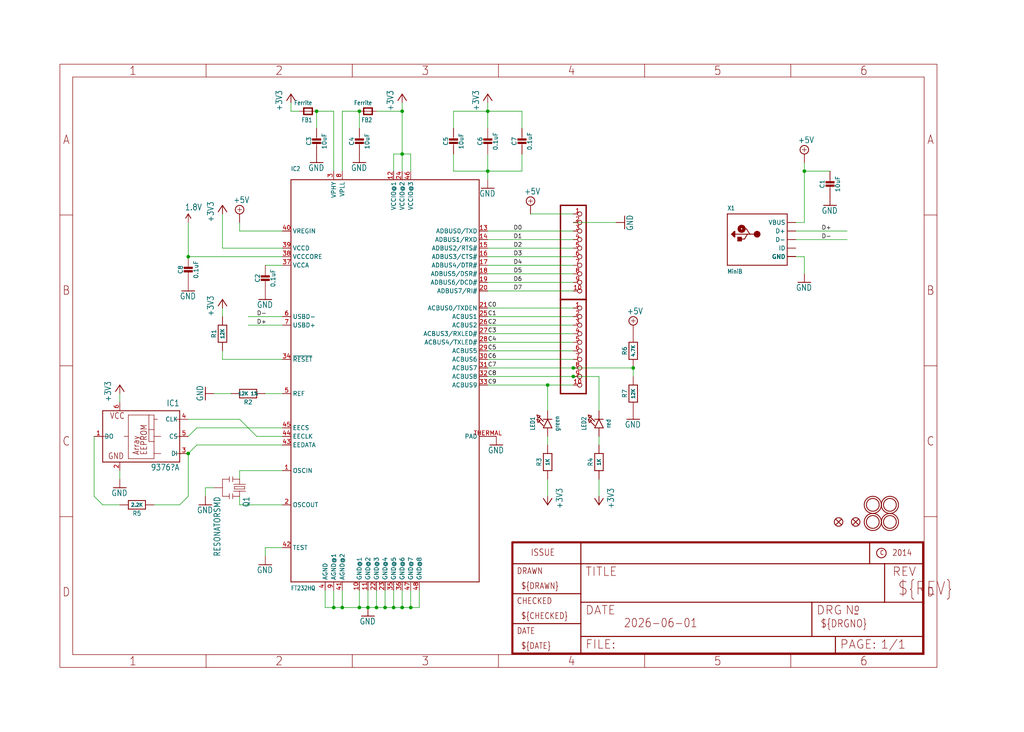
<source format=kicad_sch>
(kicad_sch (version 20230121) (generator eeschema)
  (paper "User" 303.962 217.322)
  (lib_symbols
    (symbol "working-eagle-import:+3V3" (power)
      (property "Value" "+3V3" (at -2.54 -5.08 90))
      (symbol "+3V3_1_0"
        (pin power_in line (at 0 -2.54 90) (length 2.54) (name "+3V3") (number "1"))
      )
    )
    (symbol "working-eagle-import:+5V" (power)
      (property "Value" "+5V" (at -1.905 3.175 0))
      (symbol "+5V_1_0"
        (pin power_in line (at 0 -2.54 90) (length 2.54) (name "+5V") (number "1"))
      )
    )
    (symbol "working-eagle-import:1.8V" (power)
      (property "Value" "1.8V" (at -1.016 3.556 0))
      (symbol "1.8V_1_0"
        (pin power_in line (at 0 0 90) (length 2.54) (name "1.8V") (number "1"))
      )
    )
    (symbol "working-eagle-import:9376?A"
      (property "Reference" "IC" (at -10.16 8.89 0))
      (symbol "9376?A_1_0"
        (text "Array" (at 3.81 -5.588 900) (effects (font (size 1.778 1.5113)) (justify left bottom)))
        (text "EEPROM" (at 1.524 -5.588 900) (effects (font (size 1.778 1.5113)) (justify left bottom)))
        (text "GND" (at 6.35 -6.858 0) (effects (font (size 1.778 1.5113)) (justify left bottom)))
        (text "VCC" (at 6.096 5.08 0) (effects (font (size 1.778 1.5113)) (justify left bottom)))
        (pin tri_state line (at 15.24 0 180) (length 2.54) (name "DO") (number "1"))
        (pin power_in line (at 7.62 -10.16 90) (length 2.54) (name "GND") (number "2"))
        (pin input line (at -12.7 -5.08 0) (length 2.54) (name "DI") (number "3"))
        (pin input line (at -12.7 5.08 0) (length 2.54) (name "CLK") (number "4"))
        (pin input line (at -12.7 0 0) (length 2.54) (name "CS") (number "5"))
        (pin power_in line (at 7.62 10.16 270) (length 2.54) (name "VCC") (number "6"))
      )
    )
    (symbol "working-eagle-import:CAP_CERAMIC0805-NOOUTLINE"
      (property "Reference" "C" (at -2.29 1.25 90))
      (symbol "CAP_CERAMIC0805-NOOUTLINE_1_0"
        (pin passive line (at 0 5.08 270) (length 2.54) (name "1") (number "1"))
        (pin passive line (at 0 -2.54 90) (length 2.54) (name "2") (number "2"))
      )
    )
    (symbol "working-eagle-import:FERRITE_0805"
      (property "Reference" "FB" (at -1.27 1.905 0))
      (symbol "FERRITE_0805_1_0"
        (pin passive line (at -2.54 0 0) (length 2.54) (name "P$1") (number "1"))
        (pin passive line (at 2.54 0 180) (length 2.54) (name "P$2") (number "2"))
      )
    )
    (symbol "working-eagle-import:FIDUCIAL{dblquote}{dblquote}")
    (symbol "working-eagle-import:FRAME_A4"
      (symbol "FRAME_A4_1_0"
        (text "1" (at 21.6958 1.905 0) (effects (font (size 2.54 2.286))))
        (text "1" (at 21.6958 177.165 0) (effects (font (size 2.54 2.286))))
        (text "2" (at 65.0875 1.905 0) (effects (font (size 2.54 2.286))))
        (text "2" (at 65.0875 177.165 0) (effects (font (size 2.54 2.286))))
        (text "3" (at 108.4792 1.905 0) (effects (font (size 2.54 2.286))))
        (text "3" (at 108.4792 177.165 0) (effects (font (size 2.54 2.286))))
        (text "4" (at 151.8708 1.905 0) (effects (font (size 2.54 2.286))))
        (text "4" (at 151.8708 177.165 0) (effects (font (size 2.54 2.286))))
        (text "5" (at 195.2625 1.905 0) (effects (font (size 2.54 2.286))))
        (text "5" (at 195.2625 177.165 0) (effects (font (size 2.54 2.286))))
        (text "6" (at 238.6542 1.905 0) (effects (font (size 2.54 2.286))))
        (text "6" (at 238.6542 177.165 0) (effects (font (size 2.54 2.286))))
        (text "A" (at 1.905 156.6863 0) (effects (font (size 2.54 2.286))))
        (text "A" (at 258.445 156.6863 0) (effects (font (size 2.54 2.286))))
        (text "B" (at 1.905 111.9188 0) (effects (font (size 2.54 2.286))))
        (text "B" (at 258.445 111.9188 0) (effects (font (size 2.54 2.286))))
        (text "C" (at 1.905 67.1513 0) (effects (font (size 2.54 2.286))))
        (text "C" (at 258.445 67.1513 0) (effects (font (size 2.54 2.286))))
        (text "D" (at 1.905 22.3838 0) (effects (font (size 2.54 2.286))))
        (text "D" (at 258.445 22.3838 0) (effects (font (size 2.54 2.286))))
      )
      (symbol "FRAME_A4_2_0"
        (text "${#}/${##}" (at 108.9152 2.8448 0) (effects (font (size 2.54 2.54)) (justify left bottom)))
        (text "${CHECKED}" (at 2.2352 11.7348 0) (effects (font (size 1.778 1.5113)) (justify left bottom)))
        (text "${COMPANY}" (at 23.349 29.6735 0) (effects (font (size 3.175 2.6987) (thickness 0.5397) bold) (justify left bottom)))
        (text "${CURRENT_DATE}" (at 32.7152 9.1948 0) (effects (font (size 2.54 2.159)) (justify left bottom)))
        (text "${DATE}" (at 2.2352 2.8448 0) (effects (font (size 1.778 1.5113)) (justify left bottom)))
        (text "${DRAWN}" (at 2.2352 20.6248 0) (effects (font (size 1.778 1.5113)) (justify left bottom)))
        (text "${DRGNO}" (at 91.1352 9.1948 0) (effects (font (size 2.1844 1.8567)) (justify left bottom)))
        (text "${PROJECTNAME}" (at 33.0327 2.8448 0) (effects (font (size 2.54 2.159)) (justify left bottom)))
        (text "${REV}" (at 113.9952 18.7198 0) (effects (font (size 3.81 3.2385)) (justify left bottom)))
        (text "2014" (at 112.4077 30.4673 0) (effects (font (size 1.778 1.5113)) (justify left bottom)))
        (text "C" (at 108.7564 30.7848 0) (effects (font (size 1.27 1.0795)) (justify left bottom)))
        (text "CHECKED" (at 0.9652 16.1798 0) (effects (font (size 1.778 1.5113)) (justify left bottom)))
        (text "DATE" (at 0.9652 7.2898 0) (effects (font (size 1.778 1.5113)) (justify left bottom)))
        (text "DATE" (at 21.2852 13.0048 0) (effects (font (size 2.54 2.54)) (justify left bottom)))
        (text "DRAWN" (at 0.9652 25.0698 0) (effects (font (size 1.778 1.5113)) (justify left bottom)))
        (text "DRG" (at 89.8652 13.0048 0) (effects (font (size 2.54 2.54)) (justify left bottom)))
        (text "FILE:" (at 21.2852 2.8448 0) (effects (font (size 2.54 2.54)) (justify left bottom)))
        (text "ISSUE" (at 5.0927 30.4673 0) (effects (font (size 1.9304 1.6408)) (justify left bottom)))
        (text "N" (at 98.4377 13.0048 0) (effects (font (size 2.54 2.54)) (justify left bottom)))
        (text "o" (at 100.9777 13.9573 0) (effects (font (size 2.1844 1.8567)) (justify left bottom)))
        (text "PAGE:" (at 96.8502 2.8448 0) (effects (font (size 2.54 2.54)) (justify left bottom)))
        (text "REV" (at 112.4077 24.4348 0) (effects (font (size 2.54 2.54)) (justify left bottom)))
        (text "TITLE" (at 21.2852 24.4348 0) (effects (font (size 2.54 2.54)) (justify left bottom)))
      )
    )
    (symbol "working-eagle-import:FT232HQ"
      (property "Reference" "IC" (at -30.48 55.88 0))
      (symbol "FT232HQ_1_0"
        (pin input line (at -33.02 -33.02 0) (length 2.54) (name "OSCIN") (number "1"))
        (pin power_in line (at -10.16 -68.58 90) (length 2.54) (name "GND@1") (number "10"))
        (pin power_in line (at -7.62 -68.58 90) (length 2.54) (name "GND@2") (number "11"))
        (pin power_in line (at 0 55.88 270) (length 2.54) (name "VCCIO@1") (number "12"))
        (pin output line (at 27.94 38.1 180) (length 2.54) (name "ADBUS0/TXD") (number "13"))
        (pin input line (at 27.94 35.56 180) (length 2.54) (name "ADBUS1/RXD") (number "14"))
        (pin output line (at 27.94 33.02 180) (length 2.54) (name "ADBUS2/RTS#") (number "15"))
        (pin input line (at 27.94 30.48 180) (length 2.54) (name "ADBUS3/CTS#") (number "16"))
        (pin output line (at 27.94 27.94 180) (length 2.54) (name "ADBUS4/DTR#") (number "17"))
        (pin input line (at 27.94 25.4 180) (length 2.54) (name "ADBUS5/DSR#") (number "18"))
        (pin input line (at 27.94 22.86 180) (length 2.54) (name "ADBUS6/DCD#") (number "19"))
        (pin output line (at -33.02 -43.18 0) (length 2.54) (name "OSCOUT") (number "2"))
        (pin input line (at 27.94 20.32 180) (length 2.54) (name "ADBUS7/RI#") (number "20"))
        (pin bidirectional line (at 27.94 15.24 180) (length 2.54) (name "ACBUS0/TXDEN") (number "21"))
        (pin power_in line (at -5.08 -68.58 90) (length 2.54) (name "GND@3") (number "22"))
        (pin power_in line (at -2.54 -68.58 90) (length 2.54) (name "GND@4") (number "23"))
        (pin power_in line (at 2.54 55.88 270) (length 2.54) (name "VCCIO@2") (number "24"))
        (pin bidirectional line (at 27.94 12.7 180) (length 2.54) (name "ACBUS1") (number "25"))
        (pin bidirectional line (at 27.94 10.16 180) (length 2.54) (name "ACBUS2") (number "26"))
        (pin bidirectional line (at 27.94 7.62 180) (length 2.54) (name "ACBUS3/RXLED#") (number "27"))
        (pin bidirectional line (at 27.94 5.08 180) (length 2.54) (name "ACBUS4/TXLED#") (number "28"))
        (pin bidirectional line (at 27.94 2.54 180) (length 2.54) (name "ACBUS5") (number "29"))
        (pin power_in line (at -17.78 55.88 270) (length 2.54) (name "VPHY") (number "3"))
        (pin bidirectional line (at 27.94 0 180) (length 2.54) (name "ACBUS6") (number "30"))
        (pin bidirectional line (at 27.94 -2.54 180) (length 2.54) (name "ACBUS7") (number "31"))
        (pin bidirectional line (at 27.94 -5.08 180) (length 2.54) (name "ACBUS8") (number "32"))
        (pin bidirectional line (at 27.94 -7.62 180) (length 2.54) (name "ACBUS9") (number "33"))
        (pin input line (at -33.02 0 0) (length 2.54) (name "~{RESET}") (number "34"))
        (pin power_in line (at 0 -68.58 90) (length 2.54) (name "GND@5") (number "35"))
        (pin power_in line (at 2.54 -68.58 90) (length 2.54) (name "GND@6") (number "36"))
        (pin power_in line (at -33.02 27.94 0) (length 2.54) (name "VCCA") (number "37"))
        (pin power_in line (at -33.02 30.48 0) (length 2.54) (name "VCCCORE") (number "38"))
        (pin power_in line (at -33.02 33.02 0) (length 2.54) (name "VCCD") (number "39"))
        (pin power_in line (at -20.32 -68.58 90) (length 2.54) (name "AGND") (number "4"))
        (pin power_in line (at -33.02 38.1 0) (length 2.54) (name "VREGIN") (number "40"))
        (pin power_in line (at -15.24 -68.58 90) (length 2.54) (name "AGND@2") (number "41"))
        (pin input line (at -33.02 -55.88 0) (length 2.54) (name "TEST") (number "42"))
        (pin bidirectional line (at -33.02 -25.4 0) (length 2.54) (name "EEDATA") (number "43"))
        (pin output line (at -33.02 -22.86 0) (length 2.54) (name "EECLK") (number "44"))
        (pin bidirectional line (at -33.02 -20.32 0) (length 2.54) (name "EECS") (number "45"))
        (pin power_in line (at 5.08 55.88 270) (length 2.54) (name "VCCIO@3") (number "46"))
        (pin power_in line (at 5.08 -68.58 90) (length 2.54) (name "GND@7") (number "47"))
        (pin power_in line (at 7.62 -68.58 90) (length 2.54) (name "GND@8") (number "48"))
        (pin input line (at -33.02 -10.16 0) (length 2.54) (name "REF") (number "5"))
        (pin bidirectional line (at -33.02 12.7 0) (length 2.54) (name "USBD-") (number "6"))
        (pin bidirectional line (at -33.02 10.16 0) (length 2.54) (name "USBD+") (number "7"))
        (pin power_in line (at -15.24 55.88 270) (length 2.54) (name "VPLL") (number "8"))
        (pin power_in line (at -17.78 -68.58 90) (length 2.54) (name "AGND@1") (number "9"))
        (pin passive line (at 30.48 -22.86 180) (length 5.08) (name "PAD") (number "THERMAL"))
      )
    )
    (symbol "working-eagle-import:GND" (power)
      (property "Value" "GND" (at -2.54 -2.54 0))
      (symbol "GND_1_0"
        (pin power_in line (at 0 2.54 270) (length 2.54) (name "GND") (number "1"))
      )
    )
    (symbol "working-eagle-import:LED0805_NOOUTLINE"
      (property "Reference" "D" (at -1.27 4.445 0))
      (symbol "LED0805_NOOUTLINE_1_0"
        (pin passive line (at -5.08 0 0) (length 2.54) (name "A") (number "A"))
        (pin passive line (at 2.54 0 180) (length 2.54) (name "C") (number "C"))
      )
    )
    (symbol "working-eagle-import:MOUNTINGHOLE2.5")
    (symbol "working-eagle-import:PINHD-1X10"
      (symbol "PINHD-1X10_1_0"
        (pin passive inverted (at -2.54 10.16 0) (length 2.54) (name "1") (number "1"))
        (pin passive inverted (at -2.54 -12.7 0) (length 2.54) (name "10") (number "10"))
        (pin passive inverted (at -2.54 7.62 0) (length 2.54) (name "2") (number "2"))
        (pin passive inverted (at -2.54 5.08 0) (length 2.54) (name "3") (number "3"))
        (pin passive inverted (at -2.54 2.54 0) (length 2.54) (name "4") (number "4"))
        (pin passive inverted (at -2.54 0 0) (length 2.54) (name "5") (number "5"))
        (pin passive inverted (at -2.54 -2.54 0) (length 2.54) (name "6") (number "6"))
        (pin passive inverted (at -2.54 -5.08 0) (length 2.54) (name "7") (number "7"))
        (pin passive inverted (at -2.54 -7.62 0) (length 2.54) (name "8") (number "8"))
        (pin passive inverted (at -2.54 -10.16 0) (length 2.54) (name "9") (number "9"))
      )
    )
    (symbol "working-eagle-import:RESISTOR0805_NOOUTLINE"
      (property "Reference" "R" (at 0 2.54 0))
      (symbol "RESISTOR0805_NOOUTLINE_1_0"
        (pin passive line (at -5.08 0 0) (length 2.54) (name "1") (number "1"))
        (pin passive line (at 5.08 0 180) (length 2.54) (name "2") (number "2"))
      )
    )
    (symbol "working-eagle-import:RESISTOR_0805MP"
      (property "Reference" "R" (at 0 2.54 0))
      (symbol "RESISTOR_0805MP_1_0"
        (pin passive line (at -5.08 0 0) (length 2.54) (name "1") (number "1"))
        (pin passive line (at 5.08 0 180) (length 2.54) (name "2") (number "2"))
      )
    )
    (symbol "working-eagle-import:RESONATORSMD"
      (property "Reference" "Y" (at 2.54 1.016 0))
      (symbol "RESONATORSMD_1_0"
        (pin passive line (at -2.54 0 0) (length 0) (name "1") (number "1"))
        (pin passive line (at 0 -7.62 90) (length 0) (name "2") (number "2"))
        (pin passive line (at 2.54 0 180) (length 0) (name "3") (number "3"))
      )
    )
    (symbol "working-eagle-import:USBMICRO_20329"
      (property "Reference" "X" (at -10.16 8.636 0))
      (symbol "USBMICRO_20329_1_0"
        (pin power_in line (at 10.16 -5.08 180) (length 2.54) (name "GND") (number "BASE@1"))
        (pin power_in line (at 10.16 -5.08 180) (length 2.54) (name "GND") (number "BASE@2"))
        (pin bidirectional line (at 10.16 2.54 180) (length 2.54) (name "D+") (number "D+"))
        (pin bidirectional line (at 10.16 0 180) (length 2.54) (name "D-") (number "D-"))
        (pin power_in line (at 10.16 -5.08 180) (length 2.54) (name "GND") (number "GND"))
        (pin bidirectional line (at 10.16 -2.54 180) (length 2.54) (name "ID") (number "ID"))
        (pin power_in line (at 10.16 -5.08 180) (length 2.54) (name "GND") (number "SPRT@1"))
        (pin power_in line (at 10.16 -5.08 180) (length 2.54) (name "GND") (number "SPRT@2"))
        (pin power_in line (at 10.16 -5.08 180) (length 2.54) (name "GND") (number "SPRT@3"))
        (pin power_in line (at 10.16 -5.08 180) (length 2.54) (name "GND") (number "SPRT@4"))
        (pin power_in line (at 10.16 5.08 180) (length 2.54) (name "VBUS") (number "VBUS"))
      )
    )
  )
  (junction (at 55.88 76.2))
  (junction (at 114.3 180.34))
  (junction (at 101.6 180.34))
  (junction (at 144.78 33.02))
  (junction (at 119.38 33.02))
  (junction (at 170.18 111.76))
  (junction (at 170.18 109.22))
  (junction (at 109.22 180.34))
  (junction (at 119.38 180.34))
  (junction (at 116.84 180.34))
  (junction (at 93.98 33.02))
  (junction (at 106.68 33.02))
  (junction (at 106.68 180.34))
  (junction (at 162.56 114.3))
  (junction (at 144.78 50.8))
  (junction (at 99.06 180.34))
  (junction (at 119.38 45.72))
  (junction (at 121.92 180.34))
  (junction (at 111.76 180.34))
  (junction (at 55.88 134.62))
  (junction (at 238.76 50.8))
  (junction (at 187.96 109.22))
  (wire (pts (xy 170.18 68.58) (xy 144.78 68.58)) (stroke (width 0.1524)))
  (wire (pts (xy 119.38 33.02) (xy 119.38 30.48)) (stroke (width 0.1524)))
  (wire (pts (xy 111.76 33.02) (xy 119.38 33.02)) (stroke (width 0.1524)))
  (wire (pts (xy 58.42 127) (xy 83.82 127)) (stroke (width 0.1524)))
  (wire (pts (xy 170.18 86.36) (xy 144.78 86.36)) (stroke (width 0.1524)))
  (wire (pts (xy 55.88 76.2) (xy 55.88 66.04)) (stroke (width 0.1524)))
  (wire (pts (xy 71.12 142.24) (xy 71.12 139.7)) (stroke (width 0.1524)))
  (wire (pts (xy 60.96 144.78) (xy 60.96 147.32)) (stroke (width 0.1524)))
  (wire (pts (xy 170.18 83.82) (xy 144.78 83.82)) (stroke (width 0.1524)))
  (wire (pts (xy 53.34 149.86) (xy 55.88 147.32)) (stroke (width 0.1524)))
  (wire (pts (xy 116.84 50.8) (xy 116.84 45.72)) (stroke (width 0.1524)))
  (wire (pts (xy 114.3 180.34) (xy 114.3 175.26)) (stroke (width 0.1524)))
  (wire (pts (xy 236.22 66.04) (xy 238.76 66.04)) (stroke (width 0.1524)))
  (wire (pts (xy 170.18 109.22) (xy 187.96 109.22)) (stroke (width 0.1524)))
  (wire (pts (xy 144.78 114.3) (xy 162.56 114.3)) (stroke (width 0.1524)))
  (wire (pts (xy 134.62 33.02) (xy 144.78 33.02)) (stroke (width 0.1524)))
  (wire (pts (xy 144.78 91.44) (xy 170.18 91.44)) (stroke (width 0.1524)))
  (wire (pts (xy 170.18 111.76) (xy 177.8 111.76)) (stroke (width 0.1524)))
  (wire (pts (xy 157.48 63.5) (xy 170.18 63.5)) (stroke (width 0.1524)))
  (wire (pts (xy 73.66 96.52) (xy 83.82 96.52)) (stroke (width 0.1524)))
  (wire (pts (xy 170.18 71.12) (xy 144.78 71.12)) (stroke (width 0.1524)))
  (wire (pts (xy 177.8 147.32) (xy 177.8 142.24)) (stroke (width 0.1524)))
  (wire (pts (xy 106.68 33.02) (xy 101.6 33.02)) (stroke (width 0.1524)))
  (wire (pts (xy 144.78 50.8) (xy 144.78 45.72)) (stroke (width 0.1524)))
  (wire (pts (xy 182.88 66.04) (xy 170.18 66.04)) (stroke (width 0.1524)))
  (wire (pts (xy 187.96 111.76) (xy 187.96 109.22)) (stroke (width 0.1524)))
  (wire (pts (xy 144.78 33.02) (xy 154.94 33.02)) (stroke (width 0.1524)))
  (wire (pts (xy 101.6 175.26) (xy 101.6 180.34)) (stroke (width 0.1524)))
  (wire (pts (xy 144.78 101.6) (xy 170.18 101.6)) (stroke (width 0.1524)))
  (wire (pts (xy 76.2 129.54) (xy 83.82 129.54)) (stroke (width 0.1524)))
  (wire (pts (xy 83.82 73.66) (xy 66.04 73.66)) (stroke (width 0.1524)))
  (wire (pts (xy 238.76 50.8) (xy 246.38 50.8)) (stroke (width 0.1524)))
  (wire (pts (xy 83.82 106.68) (xy 66.04 106.68)) (stroke (width 0.1524)))
  (wire (pts (xy 83.82 162.56) (xy 78.74 162.56)) (stroke (width 0.1524)))
  (wire (pts (xy 134.62 45.72) (xy 134.62 50.8)) (stroke (width 0.1524)))
  (wire (pts (xy 170.18 104.14) (xy 144.78 104.14)) (stroke (width 0.1524)))
  (wire (pts (xy 66.04 106.68) (xy 66.04 104.14)) (stroke (width 0.1524)))
  (wire (pts (xy 55.88 124.46) (xy 71.12 124.46)) (stroke (width 0.1524)))
  (wire (pts (xy 170.18 73.66) (xy 144.78 73.66)) (stroke (width 0.1524)))
  (wire (pts (xy 121.92 175.26) (xy 121.92 180.34)) (stroke (width 0.1524)))
  (wire (pts (xy 86.36 33.02) (xy 86.36 30.48)) (stroke (width 0.1524)))
  (wire (pts (xy 124.46 180.34) (xy 124.46 175.26)) (stroke (width 0.1524)))
  (wire (pts (xy 236.22 76.2) (xy 238.76 76.2)) (stroke (width 0.1524)))
  (wire (pts (xy 71.12 139.7) (xy 83.82 139.7)) (stroke (width 0.1524)))
  (wire (pts (xy 35.56 119.38) (xy 35.56 116.84)) (stroke (width 0.1524)))
  (wire (pts (xy 58.42 132.08) (xy 83.82 132.08)) (stroke (width 0.1524)))
  (wire (pts (xy 162.56 147.32) (xy 162.56 142.24)) (stroke (width 0.1524)))
  (wire (pts (xy 83.82 93.98) (xy 73.66 93.98)) (stroke (width 0.1524)))
  (wire (pts (xy 101.6 180.34) (xy 106.68 180.34)) (stroke (width 0.1524)))
  (wire (pts (xy 66.04 73.66) (xy 66.04 63.5)) (stroke (width 0.1524)))
  (wire (pts (xy 236.22 68.58) (xy 251.46 68.58)) (stroke (width 0.1524)))
  (wire (pts (xy 78.74 78.74) (xy 83.82 78.74)) (stroke (width 0.1524)))
  (wire (pts (xy 121.92 180.34) (xy 124.46 180.34)) (stroke (width 0.1524)))
  (wire (pts (xy 121.92 45.72) (xy 121.92 50.8)) (stroke (width 0.1524)))
  (wire (pts (xy 111.76 175.26) (xy 111.76 180.34)) (stroke (width 0.1524)))
  (wire (pts (xy 27.94 129.54) (xy 27.94 147.32)) (stroke (width 0.1524)))
  (wire (pts (xy 144.78 30.48) (xy 144.78 33.02)) (stroke (width 0.1524)))
  (wire (pts (xy 71.12 68.58) (xy 71.12 66.04)) (stroke (width 0.1524)))
  (wire (pts (xy 170.18 114.3) (xy 162.56 114.3)) (stroke (width 0.1524)))
  (wire (pts (xy 170.18 81.28) (xy 144.78 81.28)) (stroke (width 0.1524)))
  (wire (pts (xy 144.78 50.8) (xy 144.78 53.34)) (stroke (width 0.1524)))
  (wire (pts (xy 96.52 175.26) (xy 96.52 180.34)) (stroke (width 0.1524)))
  (wire (pts (xy 144.78 109.22) (xy 170.18 109.22)) (stroke (width 0.1524)))
  (wire (pts (xy 119.38 45.72) (xy 121.92 45.72)) (stroke (width 0.1524)))
  (wire (pts (xy 30.48 149.86) (xy 35.56 149.86)) (stroke (width 0.1524)))
  (wire (pts (xy 119.38 180.34) (xy 121.92 180.34)) (stroke (width 0.1524)))
  (wire (pts (xy 83.82 68.58) (xy 71.12 68.58)) (stroke (width 0.1524)))
  (wire (pts (xy 170.18 76.2) (xy 144.78 76.2)) (stroke (width 0.1524)))
  (wire (pts (xy 55.88 129.54) (xy 58.42 127)) (stroke (width 0.1524)))
  (wire (pts (xy 99.06 175.26) (xy 99.06 180.34)) (stroke (width 0.1524)))
  (wire (pts (xy 106.68 38.1) (xy 106.68 33.02)) (stroke (width 0.1524)))
  (wire (pts (xy 162.56 114.3) (xy 162.56 121.92)) (stroke (width 0.1524)))
  (wire (pts (xy 71.12 147.32) (xy 71.12 149.86)) (stroke (width 0.1524)))
  (wire (pts (xy 96.52 180.34) (xy 99.06 180.34)) (stroke (width 0.1524)))
  (wire (pts (xy 27.94 147.32) (xy 30.48 149.86)) (stroke (width 0.1524)))
  (wire (pts (xy 88.9 33.02) (xy 86.36 33.02)) (stroke (width 0.1524)))
  (wire (pts (xy 55.88 134.62) (xy 58.42 132.08)) (stroke (width 0.1524)))
  (wire (pts (xy 238.76 50.8) (xy 238.76 48.26)) (stroke (width 0.1524)))
  (wire (pts (xy 119.38 180.34) (xy 119.38 175.26)) (stroke (width 0.1524)))
  (wire (pts (xy 93.98 38.1) (xy 93.98 33.02)) (stroke (width 0.1524)))
  (wire (pts (xy 99.06 180.34) (xy 101.6 180.34)) (stroke (width 0.1524)))
  (wire (pts (xy 144.78 106.68) (xy 170.18 106.68)) (stroke (width 0.1524)))
  (wire (pts (xy 144.78 96.52) (xy 170.18 96.52)) (stroke (width 0.1524)))
  (wire (pts (xy 101.6 33.02) (xy 101.6 50.8)) (stroke (width 0.1524)))
  (wire (pts (xy 99.06 50.8) (xy 99.06 33.02)) (stroke (width 0.1524)))
  (wire (pts (xy 119.38 50.8) (xy 119.38 45.72)) (stroke (width 0.1524)))
  (wire (pts (xy 236.22 71.12) (xy 251.46 71.12)) (stroke (width 0.1524)))
  (wire (pts (xy 109.22 175.26) (xy 109.22 180.34)) (stroke (width 0.1524)))
  (wire (pts (xy 63.5 144.78) (xy 60.96 144.78)) (stroke (width 0.1524)))
  (wire (pts (xy 83.82 76.2) (xy 55.88 76.2)) (stroke (width 0.1524)))
  (wire (pts (xy 109.22 180.34) (xy 111.76 180.34)) (stroke (width 0.1524)))
  (wire (pts (xy 170.18 99.06) (xy 144.78 99.06)) (stroke (width 0.1524)))
  (wire (pts (xy 177.8 129.54) (xy 177.8 132.08)) (stroke (width 0.1524)))
  (wire (pts (xy 144.78 50.8) (xy 154.94 50.8)) (stroke (width 0.1524)))
  (wire (pts (xy 170.18 78.74) (xy 144.78 78.74)) (stroke (width 0.1524)))
  (wire (pts (xy 116.84 175.26) (xy 116.84 180.34)) (stroke (width 0.1524)))
  (wire (pts (xy 114.3 180.34) (xy 116.84 180.34)) (stroke (width 0.1524)))
  (wire (pts (xy 78.74 116.84) (xy 83.82 116.84)) (stroke (width 0.1524)))
  (wire (pts (xy 238.76 76.2) (xy 238.76 81.28)) (stroke (width 0.1524)))
  (wire (pts (xy 119.38 33.02) (xy 119.38 45.72)) (stroke (width 0.1524)))
  (wire (pts (xy 35.56 142.24) (xy 35.56 139.7)) (stroke (width 0.1524)))
  (wire (pts (xy 116.84 45.72) (xy 119.38 45.72)) (stroke (width 0.1524)))
  (wire (pts (xy 106.68 175.26) (xy 106.68 180.34)) (stroke (width 0.1524)))
  (wire (pts (xy 162.56 129.54) (xy 162.56 132.08)) (stroke (width 0.1524)))
  (wire (pts (xy 116.84 180.34) (xy 119.38 180.34)) (stroke (width 0.1524)))
  (wire (pts (xy 177.8 111.76) (xy 177.8 121.92)) (stroke (width 0.1524)))
  (wire (pts (xy 71.12 124.46) (xy 76.2 129.54)) (stroke (width 0.1524)))
  (wire (pts (xy 154.94 33.02) (xy 154.94 38.1)) (stroke (width 0.1524)))
  (wire (pts (xy 134.62 33.02) (xy 134.62 38.1)) (stroke (width 0.1524)))
  (wire (pts (xy 144.78 111.76) (xy 170.18 111.76)) (stroke (width 0.1524)))
  (wire (pts (xy 78.74 162.56) (xy 78.74 165.1)) (stroke (width 0.1524)))
  (wire (pts (xy 99.06 33.02) (xy 93.98 33.02)) (stroke (width 0.1524)))
  (wire (pts (xy 55.88 147.32) (xy 55.88 134.62)) (stroke (width 0.1524)))
  (wire (pts (xy 66.04 93.98) (xy 66.04 91.44)) (stroke (width 0.1524)))
  (wire (pts (xy 45.72 149.86) (xy 53.34 149.86)) (stroke (width 0.1524)))
  (wire (pts (xy 106.68 180.34) (xy 109.22 180.34)) (stroke (width 0.1524)))
  (wire (pts (xy 238.76 66.04) (xy 238.76 50.8)) (stroke (width 0.1524)))
  (wire (pts (xy 170.18 93.98) (xy 144.78 93.98)) (stroke (width 0.1524)))
  (wire (pts (xy 111.76 180.34) (xy 114.3 180.34)) (stroke (width 0.1524)))
  (wire (pts (xy 71.12 149.86) (xy 83.82 149.86)) (stroke (width 0.1524)))
  (wire (pts (xy 68.58 116.84) (xy 63.5 116.84)) (stroke (width 0.1524)))
  (wire (pts (xy 134.62 50.8) (xy 144.78 50.8)) (stroke (width 0.1524)))
  (wire (pts (xy 154.94 50.8) (xy 154.94 45.72)) (stroke (width 0.1524)))
  (wire (pts (xy 144.78 33.02) (xy 144.78 38.1)) (stroke (width 0.1524)))
  (label "C3" (at 144.78 99.06 0) (effects (font (size 1.2446 1.2446))))
  (label "C6" (at 144.78 106.68 0) (effects (font (size 1.2446 1.2446))))
  (label "D2" (at 152.4 73.66 0) (effects (font (size 1.2446 1.2446))))
  (label "D6" (at 152.4 83.82 0) (effects (font (size 1.2446 1.2446))))
  (label "D-" (at 76.2 93.98 0) (effects (font (size 1.2446 1.2446))))
  (label "C8" (at 144.78 111.76 0) (effects (font (size 1.2446 1.2446))))
  (label "C5" (at 144.78 104.14 0) (effects (font (size 1.2446 1.2446))))
  (label "D0" (at 152.4 68.58 0) (effects (font (size 1.2446 1.2446))))
  (label "D4" (at 152.4 78.74 0) (effects (font (size 1.2446 1.2446))))
  (label "C4" (at 144.78 101.6 0) (effects (font (size 1.2446 1.2446))))
  (label "D1" (at 152.4 71.12 0) (effects (font (size 1.2446 1.2446))))
  (label "C9" (at 144.78 114.3 0) (effects (font (size 1.2446 1.2446))))
  (label "D+" (at 76.2 96.52 0) (effects (font (size 1.2446 1.2446))))
  (label "D+" (at 243.84 68.58 0) (effects (font (size 1.2446 1.2446))))
  (label "D7" (at 152.4 86.36 0) (effects (font (size 1.2446 1.2446))))
  (label "C2" (at 144.78 96.52 0) (effects (font (size 1.2446 1.2446))))
  (label "D3" (at 152.4 76.2 0) (effects (font (size 1.2446 1.2446))))
  (label "C7" (at 144.78 109.22 0) (effects (font (size 1.2446 1.2446))))
  (label "D5" (at 152.4 81.28 0) (effects (font (size 1.2446 1.2446))))
  (label "C0" (at 144.78 91.44 0) (effects (font (size 1.2446 1.2446))))
  (label "C1" (at 144.78 93.98 0) (effects (font (size 1.2446 1.2446))))
  (label "D-" (at 243.84 71.12 0) (effects (font (size 1.2446 1.2446))))
  (symbol (lib_id "working-eagle-import:+5V") (at 157.48 60.96 0) (unit 1)
    (property "Reference" "#SUPPLY4" (effects hide))
    (property "Value" "+5V" (at 155.575 57.785 0) (effects (font (size 1.778 1.5113)) (justify left bottom)))
  )
  (symbol (lib_id "working-eagle-import:FT232HQ") (at 116.84 106.68 0) (unit 1)
    (property "Reference" "IC2" (at 86.36 50.8 0) (effects (font (size 1.27 1.0795)) (justify left bottom)))
    (property "Value" "FT232HQ" (at 86.36 175.26 0) (effects (font (size 1.27 1.0795)) (justify left bottom)))
    (property "Footprint" "working:QFN48_8MM" (effects hide))
  )
  (symbol (lib_id "working-eagle-import:FIDUCIAL{dblquote}{dblquote}") (at 254 154.94 0) (unit 1)
    (property "Reference" "FID2" (effects hide))
    (property "Value" "FIDUCIAL{dblquote}{dblquote}" (effects hide))
    (property "Footprint" "working:FIDUCIAL_1MM" (effects hide))
  )
  (symbol (lib_id "working-eagle-import:GND") (at 60.96 149.86 0) (unit 1)
    (property "Reference" "#GND4" (effects hide))
    (property "Value" "GND" (at 58.42 152.4 0) (effects (font (size 1.778 1.5113)) (justify left bottom)))
  )
  (symbol (lib_id "working-eagle-import:1.8V") (at 55.88 66.04 0) (unit 1)
    (property "Reference" "#U$1" (effects hide))
    (property "Value" "1.8V" (at 54.864 62.484 0) (effects (font (size 1.778 1.5113)) (justify left bottom)))
  )
  (symbol (lib_id "working-eagle-import:CAP_CERAMIC0805-NOOUTLINE") (at 246.38 55.88 0) (unit 1)
    (property "Reference" "C1" (at 244.09 54.63 90))
    (property "Value" "10uF" (at 248.68 54.63 90))
    (property "Footprint" "working:0805-NO" (effects hide))
  )
  (symbol (lib_id "working-eagle-import:+3V3") (at 119.38 27.94 0) (unit 1)
    (property "Reference" "#+3V4" (effects hide))
    (property "Value" "+3V3" (at 116.84 33.02 90) (effects (font (size 1.778 1.5113)) (justify left bottom)))
  )
  (symbol (lib_id "working-eagle-import:GND") (at 246.38 60.96 0) (unit 1)
    (property "Reference" "#GND5" (effects hide))
    (property "Value" "GND" (at 243.84 63.5 0) (effects (font (size 1.778 1.5113)) (justify left bottom)))
  )
  (symbol (lib_id "working-eagle-import:+3V3") (at 144.78 27.94 0) (unit 1)
    (property "Reference" "#+3V5" (effects hide))
    (property "Value" "+3V3" (at 142.24 33.02 90) (effects (font (size 1.778 1.5113)) (justify left bottom)))
  )
  (symbol (lib_id "working-eagle-import:GND") (at 238.76 83.82 0) (unit 1)
    (property "Reference" "#GND1" (effects hide))
    (property "Value" "GND" (at 236.22 86.36 0) (effects (font (size 1.778 1.5113)) (justify left bottom)))
  )
  (symbol (lib_id "working-eagle-import:GND") (at 106.68 48.26 0) (unit 1)
    (property "Reference" "#GND8" (effects hide))
    (property "Value" "GND" (at 104.14 50.8 0) (effects (font (size 1.778 1.5113)) (justify left bottom)))
  )
  (symbol (lib_id "working-eagle-import:GND") (at 144.78 55.88 0) (unit 1)
    (property "Reference" "#GND9" (effects hide))
    (property "Value" "GND" (at 142.24 58.42 0) (effects (font (size 1.778 1.5113)) (justify left bottom)))
  )
  (symbol (lib_id "working-eagle-import:GND") (at 109.22 182.88 0) (unit 1)
    (property "Reference" "#GND2" (effects hide))
    (property "Value" "GND" (at 106.68 185.42 0) (effects (font (size 1.778 1.5113)) (justify left bottom)))
  )
  (symbol (lib_id "working-eagle-import:+5V") (at 238.76 45.72 0) (unit 1)
    (property "Reference" "#SUPPLY1" (effects hide))
    (property "Value" "+5V" (at 236.855 42.545 0) (effects (font (size 1.778 1.5113)) (justify left bottom)))
  )
  (symbol (lib_id "working-eagle-import:GND") (at 35.56 144.78 0) (unit 1)
    (property "Reference" "#GND12" (effects hide))
    (property "Value" "GND" (at 33.02 147.32 0) (effects (font (size 1.778 1.5113)) (justify left bottom)))
  )
  (symbol (lib_id "working-eagle-import:FRAME_A4") (at 152.4 195.58 0) (unit 2)
    (property "Reference" "#FRAME1" (effects hide))
    (property "Value" "FRAME_A4" (effects hide))
  )
  (symbol (lib_id "working-eagle-import:PINHD-1X10") (at 172.72 101.6 0) (unit 1)
    (property "Reference" "U$3" (effects hide))
    (property "Value" "PINHD-1X10" (effects hide))
    (property "Footprint" "working:1X10-BIG" (effects hide))
  )
  (symbol (lib_id "working-eagle-import:RESISTOR0805_NOOUTLINE") (at 162.56 137.16 90) (unit 1)
    (property "Reference" "R3" (at 160.02 137.16 0))
    (property "Value" "1K" (at 162.56 137.16 0) (effects (font (size 1.016 1.016) bold)))
    (property "Footprint" "working:0805-NO" (effects hide))
  )
  (symbol (lib_id "working-eagle-import:GND") (at 93.98 48.26 0) (unit 1)
    (property "Reference" "#GND7" (effects hide))
    (property "Value" "GND" (at 91.44 50.8 0) (effects (font (size 1.778 1.5113)) (justify left bottom)))
  )
  (symbol (lib_id "working-eagle-import:MOUNTINGHOLE2.5") (at 264.16 154.94 0) (unit 1)
    (property "Reference" "U$7" (effects hide))
    (property "Value" "MOUNTINGHOLE2.5" (effects hide))
    (property "Footprint" "working:MOUNTINGHOLE_2.5_PLATED" (effects hide))
  )
  (symbol (lib_id "working-eagle-import:CAP_CERAMIC0805-NOOUTLINE") (at 106.68 43.18 0) (unit 1)
    (property "Reference" "C4" (at 104.39 41.93 90))
    (property "Value" "10uF" (at 108.98 41.93 90))
    (property "Footprint" "working:0805-NO" (effects hide))
  )
  (symbol (lib_id "working-eagle-import:CAP_CERAMIC0805-NOOUTLINE") (at 55.88 81.28 0) (unit 1)
    (property "Reference" "C8" (at 53.59 80.03 90))
    (property "Value" "0.1uF" (at 58.18 80.03 90))
    (property "Footprint" "working:0805-NO" (effects hide))
  )
  (symbol (lib_id "working-eagle-import:CAP_CERAMIC0805-NOOUTLINE") (at 78.74 83.82 0) (unit 1)
    (property "Reference" "C2" (at 76.45 82.57 90))
    (property "Value" "0.1uF" (at 81.04 82.57 90))
    (property "Footprint" "working:0805-NO" (effects hide))
  )
  (symbol (lib_id "working-eagle-import:FERRITE_0805") (at 109.22 33.02 180) (unit 1)
    (property "Reference" "FB2" (at 110.49 34.925 0) (effects (font (size 1.27 1.0795)) (justify left bottom)))
    (property "Value" "Ferrite" (at 110.49 29.845 0) (effects (font (size 1.27 1.0795)) (justify left bottom)))
    (property "Footprint" "working:_0805" (effects hide))
  )
  (symbol (lib_id "working-eagle-import:+3V3") (at 177.8 149.86 180) (unit 1)
    (property "Reference" "#+3V7" (effects hide))
    (property "Value" "+3V3" (at 180.34 144.78 90) (effects (font (size 1.778 1.5113)) (justify left bottom)))
  )
  (symbol (lib_id "working-eagle-import:RESISTOR0805_NOOUTLINE") (at 187.96 104.14 90) (unit 1)
    (property "Reference" "R6" (at 185.42 104.14 0))
    (property "Value" "4.7K" (at 187.96 104.14 0) (effects (font (size 1.016 1.016) bold)))
    (property "Footprint" "working:0805-NO" (effects hide))
  )
  (symbol (lib_id "working-eagle-import:CAP_CERAMIC0805-NOOUTLINE") (at 93.98 43.18 0) (unit 1)
    (property "Reference" "C3" (at 91.69 41.93 90))
    (property "Value" "10uF" (at 96.28 41.93 90))
    (property "Footprint" "working:0805-NO" (effects hide))
  )
  (symbol (lib_id "working-eagle-import:MOUNTINGHOLE2.5") (at 259.08 149.86 0) (unit 1)
    (property "Reference" "U$6" (effects hide))
    (property "Value" "MOUNTINGHOLE2.5" (effects hide))
    (property "Footprint" "working:MOUNTINGHOLE_2.5_PLATED" (effects hide))
    (property "BOM" "EXCLUDE" (effects hide))
  )
  (symbol (lib_id "working-eagle-import:+3V3") (at 35.56 114.3 0) (unit 1)
    (property "Reference" "#+3V8" (effects hide))
    (property "Value" "+3V3" (at 33.02 119.38 90) (effects (font (size 1.778 1.5113)) (justify left bottom)))
  )
  (symbol (lib_id "working-eagle-import:GND") (at 187.96 124.46 0) (unit 1)
    (property "Reference" "#GND13" (effects hide))
    (property "Value" "GND" (at 185.42 127 0) (effects (font (size 1.778 1.5113)) (justify left bottom)))
  )
  (symbol (lib_id "working-eagle-import:RESISTOR0805_NOOUTLINE") (at 177.8 137.16 90) (unit 1)
    (property "Reference" "R4" (at 175.26 137.16 0))
    (property "Value" "1K" (at 177.8 137.16 0) (effects (font (size 1.016 1.016) bold)))
    (property "Footprint" "working:0805-NO" (effects hide))
  )
  (symbol (lib_id "working-eagle-import:+5V") (at 187.96 96.52 0) (unit 1)
    (property "Reference" "#SUPPLY3" (effects hide))
    (property "Value" "+5V" (at 186.055 93.345 0) (effects (font (size 1.778 1.5113)) (justify left bottom)))
  )
  (symbol (lib_id "working-eagle-import:GND") (at 60.96 116.84 270) (unit 1)
    (property "Reference" "#GND11" (effects hide))
    (property "Value" "GND" (at 58.42 114.3 0) (effects (font (size 1.778 1.5113)) (justify left bottom)))
  )
  (symbol (lib_id "working-eagle-import:GND") (at 78.74 167.64 0) (unit 1)
    (property "Reference" "#GND3" (effects hide))
    (property "Value" "GND" (at 76.2 170.18 0) (effects (font (size 1.778 1.5113)) (justify left bottom)))
  )
  (symbol (lib_id "working-eagle-import:LED0805_NOOUTLINE") (at 177.8 124.46 90) (unit 1)
    (property "Reference" "LED2" (at 173.355 125.73 0) (effects (font (size 1.27 1.0795))))
    (property "Value" "red" (at 180.594 125.73 0) (effects (font (size 1.27 1.0795))))
    (property "Footprint" "working:CHIPLED_0805_NOOUTLINE" (effects hide))
  )
  (symbol (lib_id "working-eagle-import:RESISTOR_0805MP") (at 40.64 149.86 180) (unit 1)
    (property "Reference" "R5" (at 40.64 152.4 0))
    (property "Value" "2.2K" (at 40.64 149.86 0) (effects (font (size 1.016 1.016) bold)))
    (property "Footprint" "working:_0805MP" (effects hide))
  )
  (symbol (lib_id "working-eagle-import:RESONATORSMD") (at 71.12 144.78 270) (unit 1)
    (property "Reference" "Q1" (at 72.136 147.32 0) (effects (font (size 1.778 1.5113)) (justify left bottom)))
    (property "Value" "RESONATORSMD" (at 63.5 147.32 0) (effects (font (size 1.778 1.5113)) (justify left bottom)))
    (property "Footprint" "working:RESONATOR-SMD" (effects hide))
  )
  (symbol (lib_id "working-eagle-import:+3V3") (at 86.36 27.94 0) (unit 1)
    (property "Reference" "#+3V3" (effects hide))
    (property "Value" "+3V3" (at 83.82 33.02 90) (effects (font (size 1.778 1.5113)) (justify left bottom)))
  )
  (symbol (lib_id "working-eagle-import:+3V3") (at 66.04 60.96 0) (unit 1)
    (property "Reference" "#+3V2" (effects hide))
    (property "Value" "+3V3" (at 63.5 66.04 90) (effects (font (size 1.778 1.5113)) (justify left bottom)))
  )
  (symbol (lib_id "working-eagle-import:MOUNTINGHOLE2.5") (at 259.08 154.94 0) (unit 1)
    (property "Reference" "U$4" (effects hide))
    (property "Value" "MOUNTINGHOLE2.5" (effects hide))
    (property "Footprint" "working:MOUNTINGHOLE_2.5_PLATED" (effects hide))
  )
  (symbol (lib_id "working-eagle-import:GND") (at 147.32 132.08 0) (unit 1)
    (property "Reference" "#GND15" (effects hide))
    (property "Value" "GND" (at 144.78 134.62 0) (effects (font (size 1.778 1.5113)) (justify left bottom)))
  )
  (symbol (lib_id "working-eagle-import:USBMICRO_20329") (at 226.06 71.12 0) (unit 1)
    (property "Reference" "X1" (at 215.9 62.484 0) (effects (font (size 1.27 1.0795)) (justify left bottom)))
    (property "Value" "MiniB" (at 215.9 81.28 0) (effects (font (size 1.27 1.0795)) (justify left bottom)))
    (property "Footprint" "working:4UCONN_20329" (effects hide))
  )
  (symbol (lib_id "working-eagle-import:GND") (at 55.88 86.36 0) (unit 1)
    (property "Reference" "#GND10" (effects hide))
    (property "Value" "GND" (at 53.34 88.9 0) (effects (font (size 1.778 1.5113)) (justify left bottom)))
  )
  (symbol (lib_id "working-eagle-import:+3V3") (at 162.56 149.86 180) (unit 1)
    (property "Reference" "#+3V1" (effects hide))
    (property "Value" "+3V3" (at 165.1 144.78 90) (effects (font (size 1.778 1.5113)) (justify left bottom)))
  )
  (symbol (lib_id "working-eagle-import:+5V") (at 71.12 63.5 0) (unit 1)
    (property "Reference" "#SUPPLY2" (effects hide))
    (property "Value" "+5V" (at 69.215 60.325 0) (effects (font (size 1.778 1.5113)) (justify left bottom)))
  )
  (symbol (lib_id "working-eagle-import:CAP_CERAMIC0805-NOOUTLINE") (at 144.78 43.18 0) (unit 1)
    (property "Reference" "C6" (at 142.49 41.93 90))
    (property "Value" "0.1uF" (at 147.08 41.93 90))
    (property "Footprint" "working:0805-NO" (effects hide))
  )
  (symbol (lib_id "working-eagle-import:9376?A") (at 43.18 129.54 0) (mirror y) (unit 1)
    (property "Reference" "IC1" (at 53.34 120.65 0) (effects (font (size 1.778 1.5113)) (justify left bottom)))
    (property "Value" "9376?A" (at 53.34 139.7 0) (effects (font (size 1.778 1.5113)) (justify left bottom)))
    (property "Footprint" "working:SOT23-6" (effects hide))
  )
  (symbol (lib_id "working-eagle-import:CAP_CERAMIC0805-NOOUTLINE") (at 134.62 43.18 0) (unit 1)
    (property "Reference" "C5" (at 132.33 41.93 90))
    (property "Value" "10uF" (at 136.92 41.93 90))
    (property "Footprint" "working:0805-NO" (effects hide))
  )
  (symbol (lib_id "working-eagle-import:LED0805_NOOUTLINE") (at 162.56 124.46 90) (unit 1)
    (property "Reference" "LED1" (at 158.115 125.73 0) (effects (font (size 1.27 1.0795))))
    (property "Value" "green" (at 165.354 125.73 0) (effects (font (size 1.27 1.0795))))
    (property "Footprint" "working:CHIPLED_0805_NOOUTLINE" (effects hide))
  )
  (symbol (lib_id "working-eagle-import:RESISTOR0805_NOOUTLINE") (at 66.04 99.06 90) (unit 1)
    (property "Reference" "R1" (at 63.5 99.06 0))
    (property "Value" "12K" (at 66.04 99.06 0) (effects (font (size 1.016 1.016) bold)))
    (property "Footprint" "working:0805-NO" (effects hide))
  )
  (symbol (lib_id "working-eagle-import:GND") (at 185.42 66.04 90) (unit 1)
    (property "Reference" "#GND14" (effects hide))
    (property "Value" "GND" (at 187.96 68.58 0) (effects (font (size 1.778 1.5113)) (justify left bottom)))
  )
  (symbol (lib_id "working-eagle-import:FERRITE_0805") (at 91.44 33.02 180) (unit 1)
    (property "Reference" "FB1" (at 92.71 34.925 0) (effects (font (size 1.27 1.0795)) (justify left bottom)))
    (property "Value" "Ferrite" (at 92.71 29.845 0) (effects (font (size 1.27 1.0795)) (justify left bottom)))
    (property "Footprint" "working:_0805" (effects hide))
  )
  (symbol (lib_id "working-eagle-import:CAP_CERAMIC0805-NOOUTLINE") (at 154.94 43.18 0) (unit 1)
    (property "Reference" "C7" (at 152.65 41.93 90))
    (property "Value" "0.1uF" (at 157.24 41.93 90))
    (property "Footprint" "working:0805-NO" (effects hide))
  )
  (symbol (lib_id "working-eagle-import:FRAME_A4") (at 17.78 198.12 0) (unit 1)
    (property "Reference" "#FRAME1" (effects hide))
    (property "Value" "FRAME_A4" (effects hide))
  )
  (symbol (lib_id "working-eagle-import:GND") (at 78.74 88.9 0) (unit 1)
    (property "Reference" "#GND6" (effects hide))
    (property "Value" "GND" (at 76.2 91.44 0) (effects (font (size 1.778 1.5113)) (justify left bottom)))
  )
  (symbol (lib_id "working-eagle-import:+3V3") (at 66.04 88.9 0) (unit 1)
    (property "Reference" "#+3V6" (effects hide))
    (property "Value" "+3V3" (at 63.5 93.98 90) (effects (font (size 1.778 1.5113)) (justify left bottom)))
  )
  (symbol (lib_id "working-eagle-import:RESISTOR0805_NOOUTLINE") (at 73.66 116.84 180) (unit 1)
    (property "Reference" "R2" (at 73.66 119.38 0))
    (property "Value" "12K 1%" (at 73.66 116.84 0) (effects (font (size 1.016 1.016) bold)))
    (property "Footprint" "working:0805-NO" (effects hide))
  )
  (symbol (lib_id "working-eagle-import:FIDUCIAL{dblquote}{dblquote}") (at 248.92 154.94 0) (unit 1)
    (property "Reference" "FID1" (effects hide))
    (property "Value" "FIDUCIAL{dblquote}{dblquote}" (effects hide))
    (property "Footprint" "working:FIDUCIAL_1MM" (effects hide))
  )
  (symbol (lib_id "working-eagle-import:RESISTOR0805_NOOUTLINE") (at 187.96 116.84 90) (unit 1)
    (property "Reference" "R7" (at 185.42 116.84 0))
    (property "Value" "12K" (at 187.96 116.84 0) (effects (font (size 1.016 1.016) bold)))
    (property "Footprint" "working:0805-NO" (effects hide))
  )
  (symbol (lib_id "working-eagle-import:MOUNTINGHOLE2.5") (at 264.16 149.86 0) (unit 1)
    (property "Reference" "U$5" (effects hide))
    (property "Value" "MOUNTINGHOLE2.5" (effects hide))
    (property "Footprint" "working:MOUNTINGHOLE_2.5_PLATED" (effects hide))
  )
  (symbol (lib_id "working-eagle-import:PINHD-1X10") (at 172.72 73.66 0) (unit 1)
    (property "Reference" "U$2" (effects hide))
    (property "Value" "PINHD-1X10" (effects hide))
    (property "Footprint" "working:1X10-BIG" (effects hide))
  )
)
</source>
